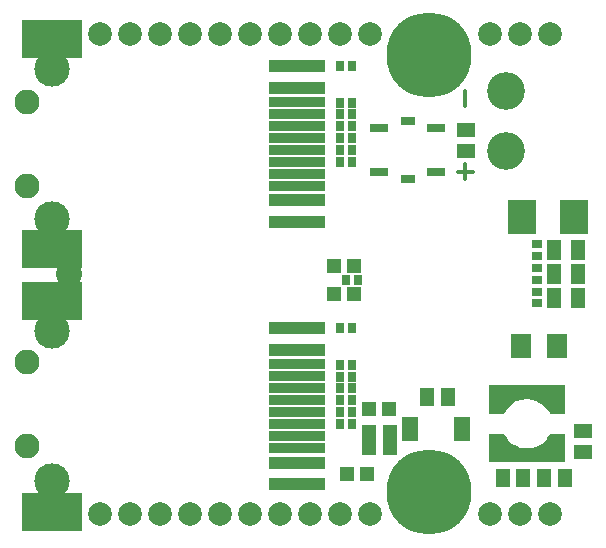
<source format=gbs>
G04 Layer_Color=16711935*
%FSLAX44Y44*%
%MOMM*%
G71*
G01*
G75*
%ADD48C,0.3000*%
%ADD86R,1.6032X1.3032*%
%ADD94R,0.8382X0.7032*%
%ADD95R,0.7032X0.8382*%
%ADD97R,1.3032X1.6032*%
%ADD98R,1.3032X1.2032*%
%ADD120R,2.3622X2.9462*%
%ADD122R,1.3032X1.7032*%
%ADD123C,2.1032*%
%ADD124C,3.0032*%
%ADD125C,3.2032*%
%ADD126C,2.0032*%
%ADD128C,7.2032*%
%ADD129R,1.2532X2.6032*%
%ADD130R,6.5032X1.1532*%
%ADD131R,1.2032X0.6532*%
%ADD132R,1.6032X0.8032*%
%ADD133R,4.8032X0.8132*%
%ADD134R,4.8032X1.0132*%
%ADD135R,5.1032X3.2032*%
%ADD136R,1.4032X2.1032*%
%ADD137R,1.8032X2.0032*%
%ADD138C,2.2032*%
G36*
X469633Y-135491D02*
X469763Y-135517D01*
X469890Y-135559D01*
X470009Y-135618D01*
X470120Y-135692D01*
X470220Y-135780D01*
X470308Y-135880D01*
X470382Y-135991D01*
X470441Y-136110D01*
X470484Y-136236D01*
X470509Y-136367D01*
X470518Y-136500D01*
Y-149000D01*
X470509Y-149133D01*
X470484Y-149263D01*
X470441Y-149390D01*
X470382Y-149509D01*
X470308Y-149620D01*
X470220Y-149720D01*
X470120Y-149808D01*
X470009Y-149882D01*
X469890Y-149941D01*
X469763Y-149984D01*
X469633Y-150009D01*
X469500Y-150018D01*
X406500D01*
X406367Y-150009D01*
X406236Y-149984D01*
X406110Y-149941D01*
X405991Y-149882D01*
X405880Y-149808D01*
X405780Y-149720D01*
X405692Y-149620D01*
X405618Y-149509D01*
X405559Y-149390D01*
X405517Y-149263D01*
X405490Y-149133D01*
X405482Y-149000D01*
Y-136500D01*
X405490Y-136367D01*
X405517Y-136236D01*
X405559Y-136110D01*
X405618Y-135991D01*
X405692Y-135880D01*
X405780Y-135780D01*
X405880Y-135692D01*
X405991Y-135618D01*
X406110Y-135559D01*
X406236Y-135517D01*
X406367Y-135491D01*
X406500Y-135482D01*
X418000D01*
X418034Y-135484D01*
X418068Y-135484D01*
X418100Y-135488D01*
X418133Y-135491D01*
X418166Y-135497D01*
X418200Y-135502D01*
X418231Y-135510D01*
X418264Y-135517D01*
X418296Y-135527D01*
X418328Y-135536D01*
X418358Y-135549D01*
X418390Y-135559D01*
X418420Y-135575D01*
X418451Y-135587D01*
X418479Y-135604D01*
X418509Y-135618D01*
X418537Y-135637D01*
X418567Y-135654D01*
X418593Y-135674D01*
X418620Y-135692D01*
X418645Y-135715D01*
X418672Y-135735D01*
X418695Y-135758D01*
X418720Y-135780D01*
X418742Y-135805D01*
X418766Y-135829D01*
X418786Y-135856D01*
X418808Y-135880D01*
X418826Y-135908D01*
X418847Y-135935D01*
X419847Y-137435D01*
X419847Y-137435D01*
X421791Y-140351D01*
X425603Y-144163D01*
X427455Y-145089D01*
X429417Y-146070D01*
X431814Y-147029D01*
X433680Y-147496D01*
X438006Y-147976D01*
X442786Y-147498D01*
X447082Y-146066D01*
X450376Y-144184D01*
X454691Y-139869D01*
X456127Y-137476D01*
X456141Y-137456D01*
X456153Y-137435D01*
X457153Y-135935D01*
X457173Y-135908D01*
X457192Y-135880D01*
X457214Y-135856D01*
X457234Y-135829D01*
X457258Y-135805D01*
X457280Y-135780D01*
X457305Y-135758D01*
X457328Y-135735D01*
X457355Y-135715D01*
X457380Y-135692D01*
X457407Y-135674D01*
X457434Y-135654D01*
X457463Y-135637D01*
X457491Y-135618D01*
X457520Y-135604D01*
X457549Y-135587D01*
X457580Y-135575D01*
X457610Y-135559D01*
X457642Y-135549D01*
X457672Y-135536D01*
X457704Y-135527D01*
X457737Y-135517D01*
X457769Y-135510D01*
X457800Y-135502D01*
X457834Y-135497D01*
X457867Y-135491D01*
X457900Y-135488D01*
X457932Y-135484D01*
X457966Y-135484D01*
X458000Y-135482D01*
X469500D01*
X469633Y-135491D01*
D02*
G37*
G36*
Y-103990D02*
X469763Y-104017D01*
X469890Y-104059D01*
X470009Y-104118D01*
X470120Y-104192D01*
X470220Y-104280D01*
X470308Y-104380D01*
X470382Y-104491D01*
X470441Y-104610D01*
X470484Y-104736D01*
X470509Y-104867D01*
X470518Y-105000D01*
Y-117500D01*
X470509Y-117633D01*
X470484Y-117764D01*
X470441Y-117890D01*
X470382Y-118009D01*
X470308Y-118120D01*
X470220Y-118220D01*
X470120Y-118308D01*
X470009Y-118382D01*
X469890Y-118441D01*
X469763Y-118483D01*
X469633Y-118510D01*
X469500Y-118518D01*
X458000D01*
X457942Y-118514D01*
X457884Y-118511D01*
X457876Y-118510D01*
X457867Y-118510D01*
X457810Y-118498D01*
X457753Y-118488D01*
X457745Y-118485D01*
X457737Y-118483D01*
X457682Y-118465D01*
X457626Y-118447D01*
X457618Y-118443D01*
X457610Y-118441D01*
X457559Y-118415D01*
X457506Y-118390D01*
X457499Y-118385D01*
X457491Y-118382D01*
X457443Y-118350D01*
X457394Y-118318D01*
X457387Y-118313D01*
X457380Y-118308D01*
X457337Y-118270D01*
X457292Y-118232D01*
X457286Y-118226D01*
X457280Y-118220D01*
X457242Y-118176D01*
X457203Y-118133D01*
X457198Y-118126D01*
X457192Y-118120D01*
X457160Y-118071D01*
X457127Y-118024D01*
X455654Y-115569D01*
X454229Y-113669D01*
X450869Y-110309D01*
X448509Y-108893D01*
X445609Y-107443D01*
X442786Y-106502D01*
X437995Y-106023D01*
X432729Y-106502D01*
X428934Y-107925D01*
X425624Y-109816D01*
X425220Y-110220D01*
X425216Y-110224D01*
X425212Y-110228D01*
X425166Y-110268D01*
X425120Y-110308D01*
X425115Y-110311D01*
X425111Y-110315D01*
X423206Y-111743D01*
X420817Y-114610D01*
X419882Y-116012D01*
X418911Y-117955D01*
X418895Y-117982D01*
X418882Y-118009D01*
X418862Y-118039D01*
X418843Y-118070D01*
X418825Y-118095D01*
X418808Y-118120D01*
X418784Y-118147D01*
X418762Y-118175D01*
X418740Y-118197D01*
X418720Y-118220D01*
X418693Y-118244D01*
X418667Y-118269D01*
X418643Y-118288D01*
X418620Y-118308D01*
X418590Y-118328D01*
X418561Y-118350D01*
X418535Y-118365D01*
X418509Y-118382D01*
X418477Y-118398D01*
X418445Y-118416D01*
X418417Y-118427D01*
X418390Y-118441D01*
X418355Y-118452D01*
X418322Y-118466D01*
X418292Y-118474D01*
X418264Y-118483D01*
X418228Y-118490D01*
X418193Y-118500D01*
X418163Y-118504D01*
X418133Y-118510D01*
X418097Y-118512D01*
X418061Y-118516D01*
X418031Y-118516D01*
X418000Y-118518D01*
X406500D01*
X406367Y-118510D01*
X406236Y-118483D01*
X406110Y-118441D01*
X405991Y-118382D01*
X405880Y-118308D01*
X405780Y-118220D01*
X405692Y-118120D01*
X405618Y-118009D01*
X405559Y-117890D01*
X405517Y-117764D01*
X405490Y-117633D01*
X405482Y-117500D01*
Y-105000D01*
X405490Y-104867D01*
X405517Y-104736D01*
X405559Y-104610D01*
X405618Y-104491D01*
X405692Y-104380D01*
X405780Y-104280D01*
X405880Y-104192D01*
X405991Y-104118D01*
X406110Y-104059D01*
X406236Y-104017D01*
X406367Y-103990D01*
X406500Y-103982D01*
X469500D01*
X469633Y-103990D01*
D02*
G37*
D48*
X385573Y155000D02*
Y142146D01*
Y92854D02*
Y80000D01*
X392000Y86427D02*
X379146D01*
D86*
X386000Y104250D02*
D03*
Y121750D02*
D03*
X485000Y-150750D02*
D03*
Y-133250D02*
D03*
D94*
X446000Y-25000D02*
D03*
Y-15000D02*
D03*
Y-5000D02*
D03*
Y5000D02*
D03*
Y15000D02*
D03*
Y25000D02*
D03*
D95*
X290000Y-46000D02*
D03*
X280000D02*
D03*
X290000Y176000D02*
D03*
X280000D02*
D03*
Y145000D02*
D03*
X290000D02*
D03*
X280000Y125000D02*
D03*
X290000D02*
D03*
X280000Y115000D02*
D03*
X290000D02*
D03*
X280000Y95000D02*
D03*
X290000D02*
D03*
X280000Y135000D02*
D03*
X290000D02*
D03*
X280000Y-117000D02*
D03*
X290000D02*
D03*
X295000Y-5000D02*
D03*
X285000D02*
D03*
X280000Y-87000D02*
D03*
X290000D02*
D03*
X280000Y-77000D02*
D03*
X290000D02*
D03*
X280000Y-97000D02*
D03*
X290000D02*
D03*
X280000Y-107000D02*
D03*
X290000D02*
D03*
X280000Y-127000D02*
D03*
X290000D02*
D03*
X280000Y105000D02*
D03*
X290000D02*
D03*
D97*
X353500Y-104000D02*
D03*
X371000D02*
D03*
X452250Y-173000D02*
D03*
X469750D02*
D03*
X434750D02*
D03*
X417250D02*
D03*
D98*
X274500Y7000D02*
D03*
X291500D02*
D03*
X291500Y-17000D02*
D03*
X274500D02*
D03*
X302500Y-169000D02*
D03*
X285500D02*
D03*
X321500Y-114000D02*
D03*
X304500D02*
D03*
D120*
X433900Y48000D02*
D03*
X478100D02*
D03*
D122*
X481500Y20000D02*
D03*
X460500D02*
D03*
X481500Y-20000D02*
D03*
X460500D02*
D03*
X481500Y-0D02*
D03*
X460500D02*
D03*
D123*
X14500Y-74250D02*
D03*
Y-145750D02*
D03*
Y145750D02*
D03*
Y74250D02*
D03*
D124*
X36100Y46500D02*
D03*
Y173500D02*
D03*
Y-175500D02*
D03*
Y-48500D02*
D03*
D125*
X420000Y155000D02*
D03*
Y104200D02*
D03*
D126*
X152400Y-203200D02*
D03*
X76200Y203200D02*
D03*
X254000Y-203200D02*
D03*
X304800Y203200D02*
D03*
X101600D02*
D03*
X228600D02*
D03*
X127000D02*
D03*
X152400D02*
D03*
X177800D02*
D03*
X203200D02*
D03*
X254000D02*
D03*
X279400D02*
D03*
X406400D02*
D03*
X431800D02*
D03*
X457200D02*
D03*
Y-203200D02*
D03*
X431800D02*
D03*
X406400D02*
D03*
X228600D02*
D03*
X203200D02*
D03*
X177800D02*
D03*
X127000D02*
D03*
X101600D02*
D03*
X76200D02*
D03*
X304800D02*
D03*
X279400D02*
D03*
D128*
X355000Y-185000D02*
D03*
Y185000D02*
D03*
D129*
X303750Y-141000D02*
D03*
X322250D02*
D03*
D130*
X438000Y-100250D02*
D03*
Y-153750D02*
D03*
D131*
X337000Y80500D02*
D03*
Y129500D02*
D03*
D132*
X313000Y123500D02*
D03*
Y86500D02*
D03*
X361000D02*
D03*
Y123500D02*
D03*
D133*
X243000Y74300D02*
D03*
Y84500D02*
D03*
Y94700D02*
D03*
Y104900D02*
D03*
Y115100D02*
D03*
Y125300D02*
D03*
Y135500D02*
D03*
Y145700D02*
D03*
Y-147700D02*
D03*
Y-137500D02*
D03*
Y-127300D02*
D03*
Y-117100D02*
D03*
Y-106900D02*
D03*
Y-96700D02*
D03*
Y-86500D02*
D03*
Y-76300D02*
D03*
D134*
Y43900D02*
D03*
Y62300D02*
D03*
Y157700D02*
D03*
Y176100D02*
D03*
Y-178100D02*
D03*
Y-159700D02*
D03*
Y-64300D02*
D03*
Y-45900D02*
D03*
D135*
X36100Y20800D02*
D03*
Y199200D02*
D03*
Y-201200D02*
D03*
Y-22800D02*
D03*
D136*
X339000Y-131000D02*
D03*
X383000D02*
D03*
D137*
X433000Y-61000D02*
D03*
X463000D02*
D03*
D138*
X50000Y0D02*
D03*
M02*

</source>
